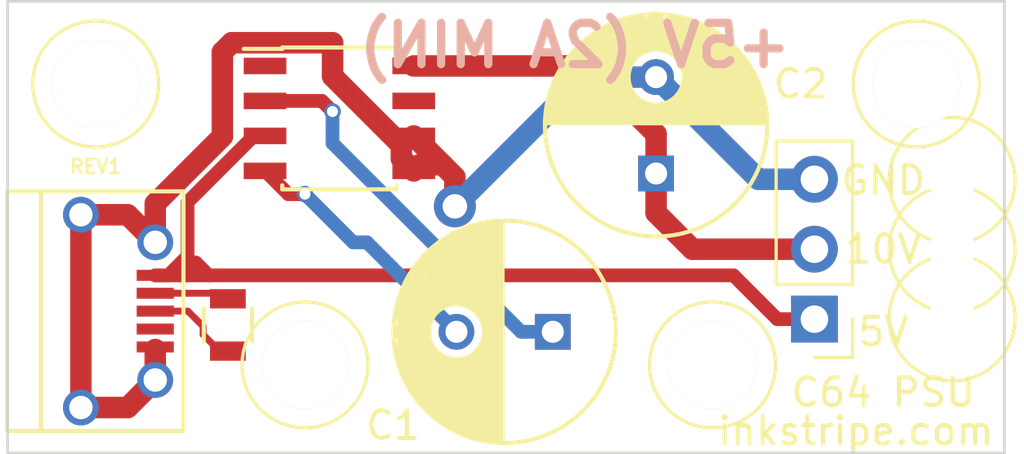
<source format=kicad_pcb>
(kicad_pcb (version 4) (host pcbnew "(2015-12-22 BZR 6403)-product")

  (general
    (links 16)
    (no_connects 0)
    (area 122.1226 96.8746 161.277401 115.1274)
    (thickness 1.6)
    (drawings 11)
    (tracks 67)
    (zones 0)
    (modules 13)
    (nets 11)
  )

  (page A4)
  (layers
    (0 F.Cu signal)
    (31 B.Cu signal)
    (32 B.Adhes user hide)
    (33 F.Adhes user hide)
    (34 B.Paste user hide)
    (35 F.Paste user hide)
    (36 B.SilkS user)
    (37 F.SilkS user)
    (38 B.Mask user)
    (39 F.Mask user)
    (40 Dwgs.User user hide)
    (41 Cmts.User user hide)
    (42 Eco1.User user hide)
    (43 Eco2.User user hide)
    (44 Edge.Cuts user)
    (45 Margin user hide)
    (46 B.CrtYd user hide)
    (47 F.CrtYd user hide)
    (48 B.Fab user hide)
    (49 F.Fab user hide)
  )

  (setup
    (last_trace_width 0.25)
    (trace_clearance 0.1524)
    (zone_clearance 0.508)
    (zone_45_only no)
    (trace_min 0.1524)
    (segment_width 0.2)
    (edge_width 0.1)
    (via_size 0.6)
    (via_drill 0.4)
    (via_min_size 0.1178)
    (via_min_drill 0.3302)
    (uvia_size 0.3)
    (uvia_drill 0.1)
    (uvias_allowed no)
    (uvia_min_size 0.2)
    (uvia_min_drill 0.1)
    (pcb_text_width 0.3)
    (pcb_text_size 1.5 1.5)
    (mod_edge_width 0.15)
    (mod_text_size 1 1)
    (mod_text_width 0.15)
    (pad_size 1.3 1.3)
    (pad_drill 0.85)
    (pad_to_mask_clearance 0)
    (aux_axis_origin 0 0)
    (visible_elements FFFFFF7F)
    (pcbplotparams
      (layerselection 0x010f0_ffffffff)
      (usegerberextensions false)
      (excludeedgelayer true)
      (linewidth 0.100000)
      (plotframeref false)
      (viasonmask false)
      (mode 1)
      (useauxorigin false)
      (hpglpennumber 1)
      (hpglpenspeed 20)
      (hpglpendiameter 15)
      (hpglpenoverlay 2)
      (psnegative false)
      (psa4output false)
      (plotreference true)
      (plotvalue true)
      (plotinvisibletext false)
      (padsonsilk false)
      (subtractmaskfromsilk false)
      (outputformat 1)
      (mirror false)
      (drillshape 0)
      (scaleselection 1)
      (outputdirectory out/))
  )

  (net 0 "")
  (net 1 "Net-(C1-Pad2)")
  (net 2 "Net-(C1-Pad1)")
  (net 3 GND)
  (net 4 10V)
  (net 5 5V)
  (net 6 "Net-(P1-Pad2)")
  (net 7 "Net-(P1-Pad3)")
  (net 8 "Net-(P1-Pad4)")
  (net 9 "Net-(U1-Pad1)")
  (net 10 "Net-(U1-Pad7)")

  (net_class Default "This is the default net class."
    (clearance 0.1524)
    (trace_width 0.25)
    (via_dia 0.6)
    (via_drill 0.4)
    (uvia_dia 0.3)
    (uvia_drill 0.1)
    (add_net "Net-(P1-Pad2)")
    (add_net "Net-(P1-Pad3)")
    (add_net "Net-(P1-Pad4)")
    (add_net "Net-(U1-Pad1)")
    (add_net "Net-(U1-Pad7)")
  )

  (net_class power ""
    (clearance 0.1524)
    (trace_width 0.781)
    (via_dia 1.524)
    (via_drill 0.889)
    (uvia_dia 0.3)
    (uvia_drill 0.1)
    (add_net 10V)
    (add_net GND)
  )

  (net_class signal ""
    (clearance 0.1524)
    (trace_width 0.4)
    (via_dia 0.6)
    (via_drill 0.4)
    (uvia_dia 0.3)
    (uvia_drill 0.1)
  )

  (net_class smallerpower ""
    (clearance 0.1524)
    (trace_width 0.5)
    (via_dia 0.6)
    (via_drill 0.4)
    (uvia_dia 0.3)
    (uvia_drill 0.1)
    (add_net 5V)
    (add_net "Net-(C1-Pad1)")
    (add_net "Net-(C1-Pad2)")
  )

  (module Connect:1pin (layer F.Cu) (tedit 58731AC2) (tstamp 58733A5C)
    (at 149.8 111.2)
    (descr "module 1 pin (ou trou mecanique de percage)")
    (tags DEV)
    (fp_text reference REF** (at 0 -3.048) (layer F.SilkS) hide
      (effects (font (size 1 1) (thickness 0.15)))
    )
    (fp_text value 1pin (at 0 3) (layer F.Fab)
      (effects (font (size 1 1) (thickness 0.15)))
    )
    (fp_circle (center 0 0) (end 2 0.8) (layer F.Fab) (width 0.1))
    (fp_circle (center 0 0) (end 2.6 0) (layer F.CrtYd) (width 0.05))
    (fp_circle (center 0 0) (end 0 -2.286) (layer F.SilkS) (width 0.12))
    (pad "" np_thru_hole circle (at 0 0) (size 3.2 3.2) (drill 3.2) (layers *.Cu *.SilkS F.Mask))
  )

  (module Connect:1pin (layer F.Cu) (tedit 58731AC2) (tstamp 58733A55)
    (at 135 111.2)
    (descr "module 1 pin (ou trou mecanique de percage)")
    (tags DEV)
    (fp_text reference REF** (at 0 -3.048) (layer F.SilkS) hide
      (effects (font (size 1 1) (thickness 0.15)))
    )
    (fp_text value 1pin (at 0 3) (layer F.Fab)
      (effects (font (size 1 1) (thickness 0.15)))
    )
    (fp_circle (center 0 0) (end 2 0.8) (layer F.Fab) (width 0.1))
    (fp_circle (center 0 0) (end 2.6 0) (layer F.CrtYd) (width 0.05))
    (fp_circle (center 0 0) (end 0 -2.286) (layer F.SilkS) (width 0.12))
    (pad "" np_thru_hole circle (at 0 0) (size 3.2 3.2) (drill 3.2) (layers *.Cu *.SilkS F.Mask))
  )

  (module Connect:1pin (layer F.Cu) (tedit 58731AC2) (tstamp 58733A4D)
    (at 127.4 101)
    (descr "module 1 pin (ou trou mecanique de percage)")
    (tags DEV)
    (fp_text reference REF** (at 0 -3.048) (layer F.SilkS) hide
      (effects (font (size 1 1) (thickness 0.15)))
    )
    (fp_text value 1pin (at 0 3) (layer F.Fab)
      (effects (font (size 1 1) (thickness 0.15)))
    )
    (fp_circle (center 0 0) (end 2 0.8) (layer F.Fab) (width 0.1))
    (fp_circle (center 0 0) (end 2.6 0) (layer F.CrtYd) (width 0.05))
    (fp_circle (center 0 0) (end 0 -2.286) (layer F.SilkS) (width 0.12))
    (pad "" np_thru_hole circle (at 0 0) (size 3.2 3.2) (drill 3.2) (layers *.Cu *.SilkS F.Mask))
  )

  (module Capacitors_ThroughHole:C_Radial_D8_L11.5_P3.5 (layer F.Cu) (tedit 0) (tstamp 58732528)
    (at 144 110 180)
    (descr "Radial Electrolytic Capacitor Diameter 8mm x Length 11.5mm, Pitch 3.5mm")
    (tags "Electrolytic Capacitor")
    (path /58730894)
    (fp_text reference C1 (at 5.8 -3.4 180) (layer F.SilkS)
      (effects (font (size 1 1) (thickness 0.15)))
    )
    (fp_text value 150uF (at 1.75 5.3 180) (layer F.Fab)
      (effects (font (size 1 1) (thickness 0.15)))
    )
    (fp_line (start 1.825 -3.999) (end 1.825 3.999) (layer F.SilkS) (width 0.15))
    (fp_line (start 1.965 -3.994) (end 1.965 3.994) (layer F.SilkS) (width 0.15))
    (fp_line (start 2.105 -3.984) (end 2.105 3.984) (layer F.SilkS) (width 0.15))
    (fp_line (start 2.245 -3.969) (end 2.245 3.969) (layer F.SilkS) (width 0.15))
    (fp_line (start 2.385 -3.949) (end 2.385 3.949) (layer F.SilkS) (width 0.15))
    (fp_line (start 2.525 -3.924) (end 2.525 -0.222) (layer F.SilkS) (width 0.15))
    (fp_line (start 2.525 0.222) (end 2.525 3.924) (layer F.SilkS) (width 0.15))
    (fp_line (start 2.665 -3.894) (end 2.665 -0.55) (layer F.SilkS) (width 0.15))
    (fp_line (start 2.665 0.55) (end 2.665 3.894) (layer F.SilkS) (width 0.15))
    (fp_line (start 2.805 -3.858) (end 2.805 -0.719) (layer F.SilkS) (width 0.15))
    (fp_line (start 2.805 0.719) (end 2.805 3.858) (layer F.SilkS) (width 0.15))
    (fp_line (start 2.945 -3.817) (end 2.945 -0.832) (layer F.SilkS) (width 0.15))
    (fp_line (start 2.945 0.832) (end 2.945 3.817) (layer F.SilkS) (width 0.15))
    (fp_line (start 3.085 -3.771) (end 3.085 -0.91) (layer F.SilkS) (width 0.15))
    (fp_line (start 3.085 0.91) (end 3.085 3.771) (layer F.SilkS) (width 0.15))
    (fp_line (start 3.225 -3.718) (end 3.225 -0.961) (layer F.SilkS) (width 0.15))
    (fp_line (start 3.225 0.961) (end 3.225 3.718) (layer F.SilkS) (width 0.15))
    (fp_line (start 3.365 -3.659) (end 3.365 -0.991) (layer F.SilkS) (width 0.15))
    (fp_line (start 3.365 0.991) (end 3.365 3.659) (layer F.SilkS) (width 0.15))
    (fp_line (start 3.505 -3.594) (end 3.505 -1) (layer F.SilkS) (width 0.15))
    (fp_line (start 3.505 1) (end 3.505 3.594) (layer F.SilkS) (width 0.15))
    (fp_line (start 3.645 -3.523) (end 3.645 -0.989) (layer F.SilkS) (width 0.15))
    (fp_line (start 3.645 0.989) (end 3.645 3.523) (layer F.SilkS) (width 0.15))
    (fp_line (start 3.785 -3.444) (end 3.785 -0.959) (layer F.SilkS) (width 0.15))
    (fp_line (start 3.785 0.959) (end 3.785 3.444) (layer F.SilkS) (width 0.15))
    (fp_line (start 3.925 -3.357) (end 3.925 -0.905) (layer F.SilkS) (width 0.15))
    (fp_line (start 3.925 0.905) (end 3.925 3.357) (layer F.SilkS) (width 0.15))
    (fp_line (start 4.065 -3.262) (end 4.065 -0.825) (layer F.SilkS) (width 0.15))
    (fp_line (start 4.065 0.825) (end 4.065 3.262) (layer F.SilkS) (width 0.15))
    (fp_line (start 4.205 -3.158) (end 4.205 -0.709) (layer F.SilkS) (width 0.15))
    (fp_line (start 4.205 0.709) (end 4.205 3.158) (layer F.SilkS) (width 0.15))
    (fp_line (start 4.345 -3.044) (end 4.345 -0.535) (layer F.SilkS) (width 0.15))
    (fp_line (start 4.345 0.535) (end 4.345 3.044) (layer F.SilkS) (width 0.15))
    (fp_line (start 4.485 -2.919) (end 4.485 -0.173) (layer F.SilkS) (width 0.15))
    (fp_line (start 4.485 0.173) (end 4.485 2.919) (layer F.SilkS) (width 0.15))
    (fp_line (start 4.625 -2.781) (end 4.625 2.781) (layer F.SilkS) (width 0.15))
    (fp_line (start 4.765 -2.629) (end 4.765 2.629) (layer F.SilkS) (width 0.15))
    (fp_line (start 4.905 -2.459) (end 4.905 2.459) (layer F.SilkS) (width 0.15))
    (fp_line (start 5.045 -2.268) (end 5.045 2.268) (layer F.SilkS) (width 0.15))
    (fp_line (start 5.185 -2.05) (end 5.185 2.05) (layer F.SilkS) (width 0.15))
    (fp_line (start 5.325 -1.794) (end 5.325 1.794) (layer F.SilkS) (width 0.15))
    (fp_line (start 5.465 -1.483) (end 5.465 1.483) (layer F.SilkS) (width 0.15))
    (fp_line (start 5.605 -1.067) (end 5.605 1.067) (layer F.SilkS) (width 0.15))
    (fp_line (start 5.745 -0.2) (end 5.745 0.2) (layer F.SilkS) (width 0.15))
    (fp_circle (center 3.5 0) (end 3.5 -1) (layer F.SilkS) (width 0.15))
    (fp_circle (center 1.75 0) (end 1.75 -4.0375) (layer F.SilkS) (width 0.15))
    (fp_circle (center 1.75 0) (end 1.75 -4.3) (layer F.CrtYd) (width 0.05))
    (pad 2 thru_hole circle (at 3.5 0 180) (size 1.3 1.3) (drill 0.8) (layers *.Cu *.Mask)
      (net 1 "Net-(C1-Pad2)"))
    (pad 1 thru_hole rect (at 0 0 180) (size 1.3 1.3) (drill 0.8) (layers *.Cu *.Mask)
      (net 2 "Net-(C1-Pad1)"))
    (model Capacitors_ThroughHole.3dshapes/C_Radial_D8_L11.5_P3.5.wrl
      (at (xyz 0 0 0))
      (scale (xyz 1 1 1))
      (rotate (xyz 0 0 0))
    )
  )

  (module Connect:1pin (layer F.Cu) (tedit 58731A68) (tstamp 58733150)
    (at 158.5 104.5)
    (descr "module 1 pin (ou trou mecanique de percage)")
    (tags DEV)
    (fp_text reference REF** (at 0 -3.048) (layer F.SilkS) hide
      (effects (font (size 1 1) (thickness 0.15)))
    )
    (fp_text value 1pin (at 0 3) (layer F.Fab)
      (effects (font (size 1 1) (thickness 0.15)))
    )
    (fp_circle (center 0 0) (end 2 0.8) (layer F.Fab) (width 0.1))
    (fp_circle (center 0 0) (end 2.6 0) (layer F.CrtYd) (width 0.05))
    (fp_circle (center 0 0) (end 0 -2.286) (layer F.SilkS) (width 0.12))
    (pad "" np_thru_hole circle (at 0 0) (size 1.7 1.7) (drill 1.7) (layers *.Cu *.Mask))
  )

  (module SOIC-8_3.9x4.9mm_Pitch1.27mm (layer F.Cu) (tedit 587317E2) (tstamp 587325B4)
    (at 136.25 102.25)
    (descr "8-Lead Plastic Small Outline (SN) - Narrow, 3.90 mm Body [SOIC] (see Microchip Packaging Specification 00000049BS.pdf)")
    (tags "SOIC 1.27")
    (path /58730231)
    (attr smd)
    (fp_text reference U1 (at 1.75 -3.75) (layer F.SilkS) hide
      (effects (font (size 1 1) (thickness 0.15)))
    )
    (fp_text value MAX660 (at 0 3.5) (layer F.Fab)
      (effects (font (size 1 1) (thickness 0.15)))
    )
    (fp_line (start -0.95 -2.45) (end 1.95 -2.45) (layer F.Fab) (width 0.15))
    (fp_line (start 1.95 -2.45) (end 1.95 2.45) (layer F.Fab) (width 0.15))
    (fp_line (start 1.95 2.45) (end -1.95 2.45) (layer F.Fab) (width 0.15))
    (fp_line (start -1.95 2.45) (end -1.95 -1.45) (layer F.Fab) (width 0.15))
    (fp_line (start -1.95 -1.45) (end -0.95 -2.45) (layer F.Fab) (width 0.15))
    (fp_line (start -3.75 -2.75) (end -3.75 2.75) (layer F.CrtYd) (width 0.05))
    (fp_line (start 3.75 -2.75) (end 3.75 2.75) (layer F.CrtYd) (width 0.05))
    (fp_line (start -3.75 -2.75) (end 3.75 -2.75) (layer F.CrtYd) (width 0.05))
    (fp_line (start -3.75 2.75) (end 3.75 2.75) (layer F.CrtYd) (width 0.05))
    (fp_line (start -2.075 -2.575) (end -2.075 -2.525) (layer F.SilkS) (width 0.15))
    (fp_line (start 2.075 -2.575) (end 2.075 -2.43) (layer F.SilkS) (width 0.15))
    (fp_line (start 2.075 2.575) (end 2.075 2.43) (layer F.SilkS) (width 0.15))
    (fp_line (start -2.075 2.575) (end -2.075 2.43) (layer F.SilkS) (width 0.15))
    (fp_line (start -2.075 -2.575) (end 2.075 -2.575) (layer F.SilkS) (width 0.15))
    (fp_line (start -2.075 2.575) (end 2.075 2.575) (layer F.SilkS) (width 0.15))
    (fp_line (start -2.075 -2.525) (end -3.475 -2.525) (layer F.SilkS) (width 0.15))
    (pad 1 smd rect (at -2.7 -1.905) (size 1.55 0.6) (layers F.Cu F.Paste F.Mask)
      (net 9 "Net-(U1-Pad1)"))
    (pad 2 smd rect (at -2.7 -0.635) (size 1.55 0.6) (layers F.Cu F.Paste F.Mask)
      (net 2 "Net-(C1-Pad1)"))
    (pad 3 smd rect (at -2.7 0.635) (size 1.55 0.6) (layers F.Cu F.Paste F.Mask)
      (net 5 5V))
    (pad 4 smd rect (at -2.7 1.905) (size 1.55 0.6) (layers F.Cu F.Paste F.Mask)
      (net 1 "Net-(C1-Pad2)"))
    (pad 5 smd rect (at 2.7 1.905) (size 1.55 0.6) (layers F.Cu F.Paste F.Mask)
      (net 3 GND))
    (pad 6 smd rect (at 2.7 0.635) (size 1.55 0.6) (layers F.Cu F.Paste F.Mask)
      (net 3 GND))
    (pad 7 smd rect (at 2.7 -0.635) (size 1.55 0.6) (layers F.Cu F.Paste F.Mask)
      (net 10 "Net-(U1-Pad7)"))
    (pad 8 smd rect (at 2.7 -1.905) (size 1.55 0.6) (layers F.Cu F.Paste F.Mask)
      (net 4 10V))
    (model Housings_SOIC.3dshapes/SOIC-8_3.9x4.9mm_Pitch1.27mm.wrl
      (at (xyz 0 0 0))
      (scale (xyz 1 1 1))
      (rotate (xyz 0 0 0))
    )
  )

  (module R_0805 (layer F.Cu) (tedit 58731B12) (tstamp 58732598)
    (at 132.2 109.75 90)
    (descr "Resistor SMD 0805, reflow soldering, Vishay (see dcrcw.pdf)")
    (tags "resistor 0805")
    (path /58731A66)
    (attr smd)
    (fp_text reference R1 (at -2.25 -0.4 180) (layer F.SilkS) hide
      (effects (font (size 1 1) (thickness 0.15)))
    )
    (fp_text value 200 (at 0 2.1 90) (layer F.Fab)
      (effects (font (size 1 1) (thickness 0.15)))
    )
    (fp_line (start -1 0.625) (end -1 -0.625) (layer F.Fab) (width 0.1))
    (fp_line (start 1 0.625) (end -1 0.625) (layer F.Fab) (width 0.1))
    (fp_line (start 1 -0.625) (end 1 0.625) (layer F.Fab) (width 0.1))
    (fp_line (start -1 -0.625) (end 1 -0.625) (layer F.Fab) (width 0.1))
    (fp_line (start -1.6 -1) (end 1.6 -1) (layer F.CrtYd) (width 0.05))
    (fp_line (start -1.6 1) (end 1.6 1) (layer F.CrtYd) (width 0.05))
    (fp_line (start -1.6 -1) (end -1.6 1) (layer F.CrtYd) (width 0.05))
    (fp_line (start 1.6 -1) (end 1.6 1) (layer F.CrtYd) (width 0.05))
    (fp_line (start 0.6 0.875) (end -0.6 0.875) (layer F.SilkS) (width 0.15))
    (fp_line (start -0.6 -0.875) (end 0.6 -0.875) (layer F.SilkS) (width 0.15))
    (pad 1 smd rect (at -0.95 0 90) (size 0.7 1.3) (layers F.Cu F.Paste F.Mask)
      (net 7 "Net-(P1-Pad3)"))
    (pad 2 smd rect (at 0.95 0 90) (size 0.7 1.3) (layers F.Cu F.Paste F.Mask)
      (net 6 "Net-(P1-Pad2)"))
    (model Resistors_SMD.3dshapes/R_0805.wrl
      (at (xyz 0 0 0))
      (scale (xyz 1 1 1))
      (rotate (xyz 0 0 0))
    )
  )

  (module USB_Micro-B (layer F.Cu) (tedit 58731EBB) (tstamp 58732573)
    (at 128 109.25 270)
    (descr "Micro USB Type B Receptacle")
    (tags "USB USB_B USB_micro USB_OTG")
    (path /587315DB)
    (attr smd)
    (fp_text reference P1 (at 0 -3.45 270) (layer F.SilkS) hide
      (effects (font (size 1 1) (thickness 0.15)))
    )
    (fp_text value USB_OTG (at 0 4.8 270) (layer F.Fab)
      (effects (font (size 1 1) (thickness 0.15)))
    )
    (fp_line (start -4.6 -2.8) (end 4.6 -2.8) (layer F.CrtYd) (width 0.05))
    (fp_line (start 4.6 -2.8) (end 4.6 4.05) (layer F.CrtYd) (width 0.05))
    (fp_line (start 4.6 4.05) (end -4.6 4.05) (layer F.CrtYd) (width 0.05))
    (fp_line (start -4.6 4.05) (end -4.6 -2.8) (layer F.CrtYd) (width 0.05))
    (fp_line (start -4.3509 3.81746) (end 4.3491 3.81746) (layer F.SilkS) (width 0.15))
    (fp_line (start -4.3509 -2.58754) (end 4.3491 -2.58754) (layer F.SilkS) (width 0.15))
    (fp_line (start 4.3491 -2.58754) (end 4.3491 3.81746) (layer F.SilkS) (width 0.15))
    (fp_line (start 4.3491 2.58746) (end -4.3509 2.58746) (layer F.SilkS) (width 0.15))
    (fp_line (start -4.3509 3.81746) (end -4.3509 -2.58754) (layer F.SilkS) (width 0.15))
    (pad 1 smd rect (at -1.3009 -1.56254) (size 1.35 0.4) (layers F.Cu F.Paste F.Mask)
      (net 5 5V))
    (pad 2 smd rect (at -0.6509 -1.56254) (size 1.35 0.4) (layers F.Cu F.Paste F.Mask)
      (net 6 "Net-(P1-Pad2)"))
    (pad 3 smd rect (at -0.0009 -1.56254) (size 1.35 0.4) (layers F.Cu F.Paste F.Mask)
      (net 7 "Net-(P1-Pad3)"))
    (pad 4 smd rect (at 0.6491 -1.56254) (size 1.35 0.4) (layers F.Cu F.Paste F.Mask)
      (net 8 "Net-(P1-Pad4)"))
    (pad 5 smd rect (at 1.2991 -1.56254) (size 1.35 0.4) (layers F.Cu F.Paste F.Mask)
      (net 3 GND))
    (pad 6 thru_hole circle (at -2.5009 -1.56254) (size 1.3 1.3) (drill 0.85) (layers *.Cu *.Mask)
      (net 3 GND))
    (pad 6 thru_hole circle (at 2.4991 -1.56254) (size 1.3 1.3) (drill 0.85) (layers *.Cu *.Mask)
      (net 3 GND))
    (pad 6 thru_hole circle (at -3.5009 1.13746) (size 1.3 1.3) (drill 0.85) (layers *.Cu *.Mask)
      (net 3 GND))
    (pad 6 thru_hole circle (at 3.4991 1.13746) (size 1.3 1.3) (drill 0.85) (layers *.Cu *.Mask)
      (net 3 GND))
  )

  (module C_Radial_D8_L11.5_P3.5 (layer F.Cu) (tedit 0) (tstamp 5873255D)
    (at 147.75 104.25 90)
    (descr "Radial Electrolytic Capacitor Diameter 8mm x Length 11.5mm, Pitch 3.5mm")
    (tags "Electrolytic Capacitor")
    (path /5873052E)
    (fp_text reference C2 (at 3.25 5.25 180) (layer F.SilkS)
      (effects (font (size 1 1) (thickness 0.15)))
    )
    (fp_text value 150uF (at 1.75 5.3 90) (layer F.Fab)
      (effects (font (size 1 1) (thickness 0.15)))
    )
    (fp_line (start 1.825 -3.999) (end 1.825 3.999) (layer F.SilkS) (width 0.15))
    (fp_line (start 1.965 -3.994) (end 1.965 3.994) (layer F.SilkS) (width 0.15))
    (fp_line (start 2.105 -3.984) (end 2.105 3.984) (layer F.SilkS) (width 0.15))
    (fp_line (start 2.245 -3.969) (end 2.245 3.969) (layer F.SilkS) (width 0.15))
    (fp_line (start 2.385 -3.949) (end 2.385 3.949) (layer F.SilkS) (width 0.15))
    (fp_line (start 2.525 -3.924) (end 2.525 -0.222) (layer F.SilkS) (width 0.15))
    (fp_line (start 2.525 0.222) (end 2.525 3.924) (layer F.SilkS) (width 0.15))
    (fp_line (start 2.665 -3.894) (end 2.665 -0.55) (layer F.SilkS) (width 0.15))
    (fp_line (start 2.665 0.55) (end 2.665 3.894) (layer F.SilkS) (width 0.15))
    (fp_line (start 2.805 -3.858) (end 2.805 -0.719) (layer F.SilkS) (width 0.15))
    (fp_line (start 2.805 0.719) (end 2.805 3.858) (layer F.SilkS) (width 0.15))
    (fp_line (start 2.945 -3.817) (end 2.945 -0.832) (layer F.SilkS) (width 0.15))
    (fp_line (start 2.945 0.832) (end 2.945 3.817) (layer F.SilkS) (width 0.15))
    (fp_line (start 3.085 -3.771) (end 3.085 -0.91) (layer F.SilkS) (width 0.15))
    (fp_line (start 3.085 0.91) (end 3.085 3.771) (layer F.SilkS) (width 0.15))
    (fp_line (start 3.225 -3.718) (end 3.225 -0.961) (layer F.SilkS) (width 0.15))
    (fp_line (start 3.225 0.961) (end 3.225 3.718) (layer F.SilkS) (width 0.15))
    (fp_line (start 3.365 -3.659) (end 3.365 -0.991) (layer F.SilkS) (width 0.15))
    (fp_line (start 3.365 0.991) (end 3.365 3.659) (layer F.SilkS) (width 0.15))
    (fp_line (start 3.505 -3.594) (end 3.505 -1) (layer F.SilkS) (width 0.15))
    (fp_line (start 3.505 1) (end 3.505 3.594) (layer F.SilkS) (width 0.15))
    (fp_line (start 3.645 -3.523) (end 3.645 -0.989) (layer F.SilkS) (width 0.15))
    (fp_line (start 3.645 0.989) (end 3.645 3.523) (layer F.SilkS) (width 0.15))
    (fp_line (start 3.785 -3.444) (end 3.785 -0.959) (layer F.SilkS) (width 0.15))
    (fp_line (start 3.785 0.959) (end 3.785 3.444) (layer F.SilkS) (width 0.15))
    (fp_line (start 3.925 -3.357) (end 3.925 -0.905) (layer F.SilkS) (width 0.15))
    (fp_line (start 3.925 0.905) (end 3.925 3.357) (layer F.SilkS) (width 0.15))
    (fp_line (start 4.065 -3.262) (end 4.065 -0.825) (layer F.SilkS) (width 0.15))
    (fp_line (start 4.065 0.825) (end 4.065 3.262) (layer F.SilkS) (width 0.15))
    (fp_line (start 4.205 -3.158) (end 4.205 -0.709) (layer F.SilkS) (width 0.15))
    (fp_line (start 4.205 0.709) (end 4.205 3.158) (layer F.SilkS) (width 0.15))
    (fp_line (start 4.345 -3.044) (end 4.345 -0.535) (layer F.SilkS) (width 0.15))
    (fp_line (start 4.345 0.535) (end 4.345 3.044) (layer F.SilkS) (width 0.15))
    (fp_line (start 4.485 -2.919) (end 4.485 -0.173) (layer F.SilkS) (width 0.15))
    (fp_line (start 4.485 0.173) (end 4.485 2.919) (layer F.SilkS) (width 0.15))
    (fp_line (start 4.625 -2.781) (end 4.625 2.781) (layer F.SilkS) (width 0.15))
    (fp_line (start 4.765 -2.629) (end 4.765 2.629) (layer F.SilkS) (width 0.15))
    (fp_line (start 4.905 -2.459) (end 4.905 2.459) (layer F.SilkS) (width 0.15))
    (fp_line (start 5.045 -2.268) (end 5.045 2.268) (layer F.SilkS) (width 0.15))
    (fp_line (start 5.185 -2.05) (end 5.185 2.05) (layer F.SilkS) (width 0.15))
    (fp_line (start 5.325 -1.794) (end 5.325 1.794) (layer F.SilkS) (width 0.15))
    (fp_line (start 5.465 -1.483) (end 5.465 1.483) (layer F.SilkS) (width 0.15))
    (fp_line (start 5.605 -1.067) (end 5.605 1.067) (layer F.SilkS) (width 0.15))
    (fp_line (start 5.745 -0.2) (end 5.745 0.2) (layer F.SilkS) (width 0.15))
    (fp_circle (center 3.5 0) (end 3.5 -1) (layer F.SilkS) (width 0.15))
    (fp_circle (center 1.75 0) (end 1.75 -4.0375) (layer F.SilkS) (width 0.15))
    (fp_circle (center 1.75 0) (end 1.75 -4.3) (layer F.CrtYd) (width 0.05))
    (pad 2 thru_hole circle (at 3.5 0 90) (size 1.3 1.3) (drill 0.8) (layers *.Cu *.Mask)
      (net 3 GND))
    (pad 1 thru_hole rect (at 0 0 90) (size 1.3 1.3) (drill 0.8) (layers *.Cu *.Mask)
      (net 4 10V))
    (model Capacitors_ThroughHole.3dshapes/C_Radial_D8_L11.5_P3.5.wrl
      (at (xyz 0 0 0))
      (scale (xyz 1 1 1))
      (rotate (xyz 0 0 0))
    )
  )

  (module Connect:1pin (layer F.Cu) (tedit 58731395) (tstamp 58733176)
    (at 158.5 107)
    (descr "module 1 pin (ou trou mecanique de percage)")
    (tags DEV)
    (fp_text reference REF** (at 0 -3.048) (layer F.SilkS) hide
      (effects (font (size 1 1) (thickness 0.15)))
    )
    (fp_text value 1pin (at 0 3) (layer F.Fab)
      (effects (font (size 1 1) (thickness 0.15)))
    )
    (fp_circle (center 0 0) (end 2 0.8) (layer F.Fab) (width 0.1))
    (fp_circle (center 0 0) (end 2.6 0) (layer F.CrtYd) (width 0.05))
    (fp_circle (center 0 0) (end 0 -2.286) (layer F.SilkS) (width 0.12))
    (pad "" np_thru_hole circle (at 0 0) (size 1.7 1.7) (drill 1.7) (layers *.Cu *.Mask F.SilkS))
  )

  (module Connect:1pin (layer F.Cu) (tedit 58731390) (tstamp 5873317D)
    (at 158.5 109.5)
    (descr "module 1 pin (ou trou mecanique de percage)")
    (tags DEV)
    (fp_text reference REF** (at 0 -3.048) (layer F.SilkS) hide
      (effects (font (size 1 1) (thickness 0.15)))
    )
    (fp_text value 1pin (at 0 3) (layer F.Fab)
      (effects (font (size 1 1) (thickness 0.15)))
    )
    (fp_circle (center 0 0) (end 2 0.8) (layer F.Fab) (width 0.1))
    (fp_circle (center 0 0) (end 2.6 0) (layer F.CrtYd) (width 0.05))
    (fp_circle (center 0 0) (end 0 -2.286) (layer F.SilkS) (width 0.12))
    (pad "" np_thru_hole circle (at 0 0) (size 1.7 1.7) (drill 1.7) (layers *.Cu *.Mask F.SilkS))
  )

  (module Pin_Header_Straight_1x03_Pitch2.54mm (layer F.Cu) (tedit 587316D8) (tstamp 58732588)
    (at 153.5 109.54 180)
    (descr "Through hole straight pin header, 1x03, 2.54mm pitch, single row")
    (tags "Through hole pin header THT 1x03 2.54mm single row")
    (path /587312C7)
    (fp_text reference P2 (at 0 -2.39 180) (layer F.SilkS) hide
      (effects (font (size 1 1) (thickness 0.15)))
    )
    (fp_text value OUTPUT (at 0 7.47 180) (layer F.Fab)
      (effects (font (size 1 1) (thickness 0.15)))
    )
    (fp_line (start -1.27 -1.27) (end -1.27 6.35) (layer F.Fab) (width 0.1))
    (fp_line (start -1.27 6.35) (end 1.27 6.35) (layer F.Fab) (width 0.1))
    (fp_line (start 1.27 6.35) (end 1.27 -1.27) (layer F.Fab) (width 0.1))
    (fp_line (start 1.27 -1.27) (end -1.27 -1.27) (layer F.Fab) (width 0.1))
    (fp_line (start -1.39 1.27) (end -1.39 6.47) (layer F.SilkS) (width 0.12))
    (fp_line (start -1.39 6.47) (end 1.39 6.47) (layer F.SilkS) (width 0.12))
    (fp_line (start 1.39 6.47) (end 1.39 1.27) (layer F.SilkS) (width 0.12))
    (fp_line (start 1.39 1.27) (end -1.39 1.27) (layer F.SilkS) (width 0.12))
    (fp_line (start -1.39 0) (end -1.39 -1.39) (layer F.SilkS) (width 0.12))
    (fp_line (start -1.39 -1.39) (end 0 -1.39) (layer F.SilkS) (width 0.12))
    (fp_line (start -1.6 -1.6) (end -1.6 6.6) (layer F.CrtYd) (width 0.05))
    (fp_line (start -1.6 6.6) (end 1.6 6.6) (layer F.CrtYd) (width 0.05))
    (fp_line (start 1.6 6.6) (end 1.6 -1.6) (layer F.CrtYd) (width 0.05))
    (fp_line (start 1.6 -1.6) (end -1.6 -1.6) (layer F.CrtYd) (width 0.05))
    (pad 1 thru_hole rect (at 0 0 180) (size 1.7 1.7) (drill 1) (layers *.Cu *.Mask)
      (net 5 5V))
    (pad 2 thru_hole oval (at 0 2.54 180) (size 1.7 1.7) (drill 1) (layers *.Cu *.Mask)
      (net 4 10V))
    (pad 3 thru_hole oval (at 0 5.08 180) (size 1.7 1.7) (drill 1) (layers *.Cu *.Mask)
      (net 3 GND))
    (model Pin_Headers.3dshapes/Pin_Header_Straight_1x03_Pitch2.54mm.wrl
      (at (xyz 0 -0.1 0))
      (scale (xyz 1 1 1))
      (rotate (xyz 0 0 90))
    )
  )

  (module Connect:1pin (layer F.Cu) (tedit 58731AC2) (tstamp 58733A33)
    (at 157.2 101)
    (descr "module 1 pin (ou trou mecanique de percage)")
    (tags DEV)
    (fp_text reference REF** (at 0 -3.048) (layer F.SilkS) hide
      (effects (font (size 1 1) (thickness 0.15)))
    )
    (fp_text value 1pin (at 0 3) (layer F.Fab)
      (effects (font (size 1 1) (thickness 0.15)))
    )
    (fp_circle (center 0 0) (end 2 0.8) (layer F.Fab) (width 0.1))
    (fp_circle (center 0 0) (end 2.6 0) (layer F.CrtYd) (width 0.05))
    (fp_circle (center 0 0) (end 0 -2.286) (layer F.SilkS) (width 0.12))
    (pad "" np_thru_hole circle (at 0 0) (size 3.2 3.2) (drill 3.2) (layers *.Cu *.SilkS F.Mask))
  )

  (gr_text "+5V (2A MIN)" (at 144.8 99.6) (layer B.SilkS)
    (effects (font (size 1.5 1.5) (thickness 0.3)) (justify mirror))
  )
  (gr_text "C64 PSU" (at 156 112.2) (layer F.SilkS)
    (effects (font (size 1 1) (thickness 0.15)))
  )
  (gr_text inkstripe.com (at 155 113.6) (layer F.SilkS)
    (effects (font (size 1 1) (thickness 0.15)))
  )
  (gr_text REV1 (at 127.4 104) (layer F.SilkS)
    (effects (font (size 0.5 0.5) (thickness 0.1)))
  )
  (gr_line (start 124.2 114.4) (end 124.2 98) (layer Edge.Cuts) (width 0.1))
  (gr_line (start 160.4 114.4) (end 124.2 114.4) (layer Edge.Cuts) (width 0.1))
  (gr_line (start 160.4 98) (end 160.4 114.4) (layer Edge.Cuts) (width 0.1))
  (gr_line (start 124.2 98) (end 160.4 98) (layer Edge.Cuts) (width 0.1))
  (gr_text "GND\n" (at 156 104.5) (layer F.SilkS)
    (effects (font (size 1 1) (thickness 0.15)))
  )
  (gr_text 10V (at 156 107) (layer F.SilkS)
    (effects (font (size 1 1) (thickness 0.15)))
  )
  (gr_text 5V (at 156 110) (layer F.SilkS)
    (effects (font (size 1 1) (thickness 0.15)))
  )

  (segment (start 124.2 98.2) (end 124.2 98) (width 0.25) (layer Dwgs.User) (net 0))
  (segment (start 137.25 106.75) (end 136.75 106.75) (width 0.5) (layer B.Cu) (net 1))
  (segment (start 136.75 106.75) (end 135 105) (width 0.5) (layer B.Cu) (net 1))
  (segment (start 137.25 106.75) (end 140.5 110) (width 0.5) (layer B.Cu) (net 1))
  (segment (start 135 105) (end 134.395 105) (width 0.5) (layer F.Cu) (net 1))
  (segment (start 134.395 105) (end 133.55 104.155) (width 0.5) (layer F.Cu) (net 1))
  (via (at 135 105) (size 0.6) (drill 0.4) (layers F.Cu B.Cu) (net 1))
  (segment (start 136 103.15) (end 136 102.424264) (width 0.5) (layer B.Cu) (net 2))
  (segment (start 144 110) (end 142.85 110) (width 0.5) (layer B.Cu) (net 2))
  (segment (start 142.85 110) (end 136 103.15) (width 0.5) (layer B.Cu) (net 2))
  (segment (start 136 102.424264) (end 136 102) (width 0.5) (layer B.Cu) (net 2))
  (segment (start 133.55 101.615) (end 135.615 101.615) (width 0.5) (layer F.Cu) (net 2))
  (segment (start 135.615 101.615) (end 135.700001 101.700001) (width 0.5) (layer F.Cu) (net 2))
  (segment (start 135.700001 101.700001) (end 136 102) (width 0.5) (layer F.Cu) (net 2))
  (via (at 136 102) (size 0.6) (drill 0.4) (layers F.Cu B.Cu) (net 2))
  (segment (start 147.75 100.75) (end 145.135802 100.75) (width 0.781) (layer B.Cu) (net 3))
  (segment (start 145.135802 100.75) (end 140.442901 105.442901) (width 0.781) (layer B.Cu) (net 3))
  (segment (start 151.46 104.46) (end 153.5 104.46) (width 0.781) (layer B.Cu) (net 3))
  (segment (start 129.56254 111.7491) (end 129.56254 110.642001) (width 0.781) (layer F.Cu) (net 3))
  (segment (start 138.5 103.217222) (end 138.5 103.705) (width 0.781) (layer F.Cu) (net 3))
  (segment (start 138.5 103.705) (end 138.95 104.155) (width 0.781) (layer F.Cu) (net 3))
  (segment (start 136.002099 99.502099) (end 136.002099 100.719321) (width 0.781) (layer F.Cu) (net 3))
  (segment (start 136.002099 100.719321) (end 138.5 103.217222) (width 0.781) (layer F.Cu) (net 3))
  (segment (start 132 102.90564) (end 132 99.842778) (width 0.781) (layer F.Cu) (net 3))
  (segment (start 132 99.842778) (end 132.340679 99.502099) (width 0.781) (layer F.Cu) (net 3))
  (segment (start 132.340679 99.502099) (end 136.002099 99.502099) (width 0.781) (layer F.Cu) (net 3))
  (segment (start 129.56254 106.7491) (end 129.56254 105.3431) (width 0.781) (layer F.Cu) (net 3))
  (segment (start 129.56254 105.3431) (end 132 102.90564) (width 0.781) (layer F.Cu) (net 3))
  (segment (start 140 103.935) (end 138.95 102.885) (width 0.781) (layer F.Cu) (net 3))
  (segment (start 140.442901 104.377901) (end 140 103.935) (width 0.781) (layer F.Cu) (net 3))
  (segment (start 140 103.935) (end 139.17 103.935) (width 0.781) (layer F.Cu) (net 3))
  (segment (start 139.17 103.935) (end 138.95 104.155) (width 0.781) (layer F.Cu) (net 3))
  (segment (start 140.442901 105.442901) (end 140.442901 104.377901) (width 0.781) (layer F.Cu) (net 3))
  (via (at 140.442901 105.442901) (size 1.524) (drill 0.889) (layers F.Cu B.Cu) (net 3))
  (segment (start 151.46 104.46) (end 147.75 100.75) (width 0.781) (layer B.Cu) (net 3))
  (segment (start 126.86254 105.7491) (end 126.86254 112.7491) (width 0.781) (layer F.Cu) (net 3))
  (segment (start 126.86254 112.7491) (end 128.56254 112.7491) (width 0.781) (layer F.Cu) (net 3))
  (segment (start 128.56254 112.7491) (end 129.56254 111.7491) (width 0.781) (layer F.Cu) (net 3))
  (segment (start 126.86254 105.7491) (end 128.56254 105.7491) (width 0.781) (layer F.Cu) (net 3))
  (segment (start 128.56254 105.7491) (end 129.56254 106.7491) (width 0.781) (layer F.Cu) (net 3))
  (segment (start 149.069 107) (end 153.5 107) (width 0.781) (layer F.Cu) (net 4))
  (segment (start 138.95 100.345) (end 145.276 100.345) (width 0.781) (layer F.Cu) (net 4))
  (segment (start 145.276 100.345) (end 147.75 102.819) (width 0.781) (layer F.Cu) (net 4))
  (segment (start 147.75 102.819) (end 147.75 104.25) (width 0.781) (layer F.Cu) (net 4))
  (segment (start 147.75 105.681) (end 147.75 104.25) (width 0.781) (layer F.Cu) (net 4))
  (segment (start 149.069 107) (end 147.75 105.681) (width 0.781) (layer F.Cu) (net 4))
  (segment (start 130.5 107.48664) (end 130.73754 107.2491) (width 0.5) (layer F.Cu) (net 5))
  (segment (start 130.03754 107.9491) (end 130.5 107.48664) (width 0.5) (layer F.Cu) (net 5))
  (segment (start 150.5591 107.9491) (end 131.5 107.9491) (width 0.5) (layer F.Cu) (net 5))
  (segment (start 131.5 107.9491) (end 130.5 107.9491) (width 0.5) (layer F.Cu) (net 5))
  (segment (start 130.5 107.48664) (end 131.03754 107.48664) (width 0.5) (layer F.Cu) (net 5))
  (segment (start 131.03754 107.48664) (end 131.5 107.9491) (width 0.5) (layer F.Cu) (net 5))
  (segment (start 130.73754 107.9491) (end 130.5 107.9491) (width 0.5) (layer F.Cu) (net 5))
  (segment (start 130.5 107.9491) (end 129.56254 107.9491) (width 0.5) (layer F.Cu) (net 5))
  (segment (start 153.5 109.54) (end 152.15 109.54) (width 0.5) (layer F.Cu) (net 5))
  (segment (start 152.15 109.54) (end 150.5591 107.9491) (width 0.5) (layer F.Cu) (net 5))
  (segment (start 130.73754 105.289445) (end 133.141985 102.885) (width 0.5) (layer F.Cu) (net 5))
  (segment (start 130.73754 107.2491) (end 130.73754 105.289445) (width 0.5) (layer F.Cu) (net 5))
  (segment (start 129.56254 107.9491) (end 130.03754 107.9491) (width 0.5) (layer F.Cu) (net 5))
  (segment (start 133.141985 102.885) (end 133.55 102.885) (width 0.5) (layer F.Cu) (net 5))
  (segment (start 129.56254 108.5991) (end 131.9991 108.5991) (width 0.25) (layer F.Cu) (net 6))
  (segment (start 131.9991 108.5991) (end 132.2 108.8) (width 0.25) (layer F.Cu) (net 6))
  (segment (start 129.56254 109.2491) (end 130.7491 109.2491) (width 0.25) (layer F.Cu) (net 7))
  (segment (start 130.7491 109.2491) (end 131.3 109.8) (width 0.25) (layer F.Cu) (net 7))
  (segment (start 131.3 109.8) (end 131.3 110.1) (width 0.25) (layer F.Cu) (net 7))
  (segment (start 131.3 110.1) (end 131.9 110.7) (width 0.25) (layer F.Cu) (net 7))
  (segment (start 131.9 110.7) (end 132.2 110.7) (width 0.25) (layer F.Cu) (net 7))

)

</source>
